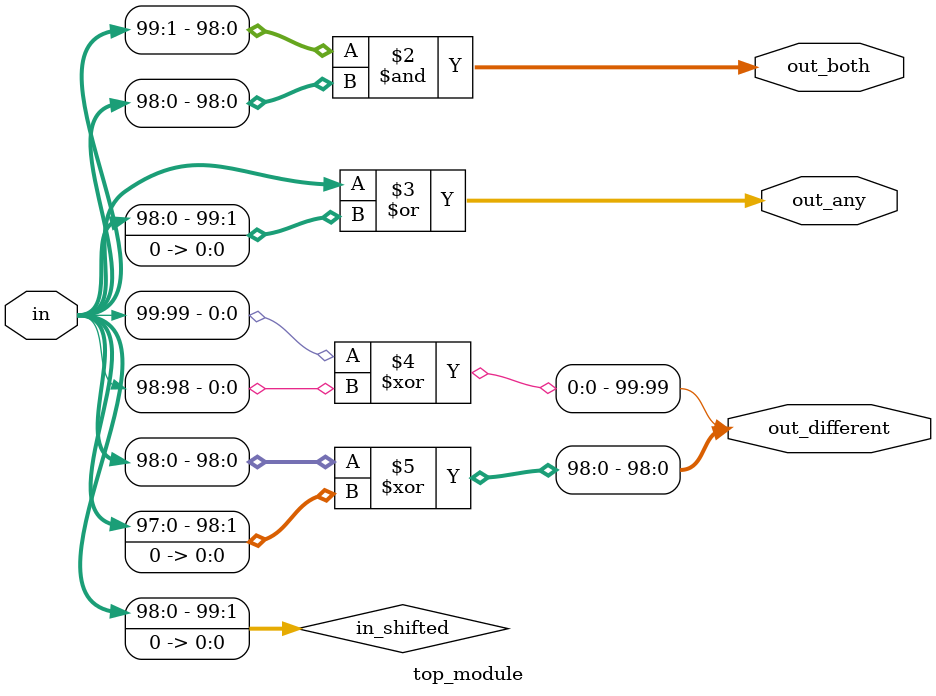
<source format=sv>
module top_module (
    input [99:0] in,
    output [98:0] out_both,
    output [99:0] out_any,
    output [99:0] out_different
);

    wire [99:0] in_shifted; // shifted version of the input signal

    // Shift the input vector by one bit to the left
    assign in_shifted = in << 1;

    // Generate out_both by performing bitwise AND operation
    assign out_both = in[99:1] & in_shifted[99:1];

    // Generate out_any by performing bitwise OR operation
    assign out_any = in | in_shifted;

    // Generate out_different by performing bitwise XOR operation
    assign out_different[99] = in[99] ^ in_shifted[99]; // First bit of out_different with special case
    assign out_different[98:0] = in[98:0] ^ in_shifted[98:0]; // Remaining bits

endmodule

</source>
